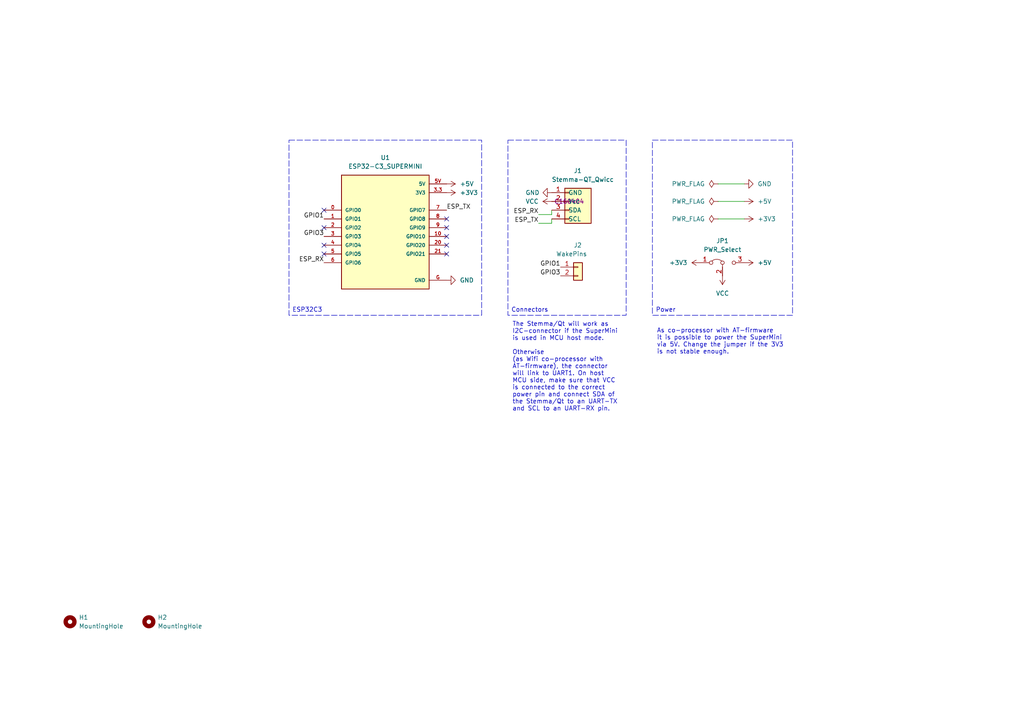
<source format=kicad_sch>
(kicad_sch (version 20230121) (generator eeschema)
  (paper "A4")
  (title_block (title "ESP32C3-AT-Adapter") (date "2024-09-26") (rev "0.90") (company "Bernhard Bablok") (comment 1 "https://github.com/bablokb/pcb-esp32c3-at-adapter"))
  (lib_symbols
    (symbol "Connector_Generic:Conn_01x02" (pin_names (offset 1.016) hide)
      (property "Reference" "J" (at 0 2.54 0))
      (property "Value" "Conn_01x02" (at 0 -5.08 0))
      (symbol "Conn_01x02_1_1"
        (rectangle (start -1.27 -2.413) (end 0 -2.667) (stroke (width 0.1524)))
        (rectangle (start -1.27 0.127) (end 0 -0.127) (stroke (width 0.1524)))
        (rectangle (start -1.27 1.27) (end 1.27 -3.81) (stroke (width 0.254)) (fill (type background)))
        (pin passive line (at -5.08 0 0) (length 3.81) (name "Pin_1") (number "1"))
        (pin passive line (at -5.08 -2.54 0) (length 3.81) (name "Pin_2") (number "2"))
      )
    )
    (symbol "Jumper:Jumper_3_Bridged12" (pin_names (offset 0) hide)
      (property "Reference" "JP" (at -2.54 -2.54 0))
      (property "Value" "Jumper_3_Bridged12" (at 0 2.794 0))
      (symbol "Jumper_3_Bridged12_0_0"
        (circle (center -3.302 0) (radius 0.508))
        (circle (center 0 0) (radius 0.508))
        (circle (center 3.302 0) (radius 0.508))
      )
      (symbol "Jumper_3_Bridged12_0_1"
        (arc (start -0.254 0.508) (mid -1.651 0.9912) (end -3.048 0.508))
        (polyline (pts (xy 0 -1.27) (xy 0 -0.508)))
      )
      (symbol "Jumper_3_Bridged12_1_1"
        (pin passive line (at -6.35 0 0) (length 2.54) (name "A") (number "1"))
        (pin passive line (at 0 -3.81 90) (length 2.54) (name "C") (number "2"))
        (pin passive line (at 6.35 0 180) (length 2.54) (name "B") (number "3"))
      )
    )
    (symbol "Mechanical:MountingHole" (pin_names (offset 1.016))
      (property "Reference" "H" (at 0 5.08 0))
      (property "Value" "MountingHole" (at 0 3.175 0))
      (symbol "MountingHole_0_1"
        (circle (center 0 0) (radius 1.27) (stroke (width 1.27)))
      )
    )
    (symbol "power:+3V3" (power) (pin_names (offset 0))
      (property "Value" "+3V3" (at 0 3.556 0))
      (symbol "+3V3_0_1"
        (polyline (pts (xy -0.762 1.27) (xy 0 2.54)))
        (polyline (pts (xy 0 0) (xy 0 2.54)))
        (polyline (pts (xy 0 2.54) (xy 0.762 1.27)))
      )
      (symbol "+3V3_1_1"
        (pin power_in line (at 0 0 90) (length 0) hide (name "+3V3") (number "1"))
      )
    )
    (symbol "power:+5V" (power) (pin_names (offset 0))
      (property "Value" "+5V" (at 0 3.556 0))
      (symbol "+5V_0_1"
        (polyline (pts (xy -0.762 1.27) (xy 0 2.54)))
        (polyline (pts (xy 0 0) (xy 0 2.54)))
        (polyline (pts (xy 0 2.54) (xy 0.762 1.27)))
      )
      (symbol "+5V_1_1"
        (pin power_in line (at 0 0 90) (length 0) hide (name "+5V") (number "1"))
      )
    )
    (symbol "power:GND" (power) (pin_names (offset 0))
      (property "Value" "GND" (at 0 -3.81 0))
      (symbol "GND_0_1"
        (polyline (pts (xy 0 0) (xy 0 -1.27) (xy 1.27 -1.27) (xy 0 -2.54) (xy -1.27 -1.27) (xy 0 -1.27)))
      )
      (symbol "GND_1_1"
        (pin power_in line (at 0 0 270) (length 0) hide (name "GND") (number "1"))
      )
    )
    (symbol "power:PWR_FLAG" (power) (pin_numbers hide) (pin_names (offset 0) hide)
      (property "Value" "PWR_FLAG" (at 0 3.81 0))
      (symbol "PWR_FLAG_0_0"
        (pin power_out line (at 0 0 90) (length 0) (name "pwr") (number "1"))
      )
      (symbol "PWR_FLAG_0_1"
        (polyline (pts (xy 0 0) (xy 0 1.27) (xy -1.016 1.905) (xy 0 2.54) (xy 1.016 1.905) (xy 0 1.27)))
      )
    )
    (symbol "power:VCC" (power) (pin_names (offset 0))
      (property "Value" "VCC" (at 0 3.81 0))
      (symbol "VCC_0_1"
        (polyline (pts (xy -0.762 1.27) (xy 0 2.54)))
        (polyline (pts (xy 0 0) (xy 0 2.54)))
        (polyline (pts (xy 0 2.54) (xy 0.762 1.27)))
      )
      (symbol "VCC_1_1"
        (pin power_in line (at 0 0 90) (length 0) hide (name "VCC") (number "1"))
      )
    )
    (symbol "user:ESP32-C3_SUPERMINI" (pin_names (offset 1.016))
      (property "Reference" "U" (at -12.7 16.002 0))
      (property "Value" "ESP32-C3_SUPERMINI" (at -12.7 12.7 0))
      (symbol "ESP32-C3_SUPERMINI_0_0"
        (rectangle (start -12.7 -17.78) (end 12.7 15.24) (stroke (width 0.254)) (fill (type background)))
        (pin bidirectional line (at -17.78 5.08 0) (length 5.08) (name "GPIO0") (number "0"))
        (pin bidirectional line (at -17.78 2.54 0) (length 5.08) (name "GPIO1") (number "1"))
        (pin bidirectional line (at 17.78 -2.54 180) (length 5.08) (name "GPIO10") (number "10"))
        (pin bidirectional line (at -17.78 0 0) (length 5.08) (name "GPIO2") (number "2"))
        (pin bidirectional line (at 17.78 -5.08 180) (length 5.08) (name "GPIO20") (number "20"))
        (pin bidirectional line (at 17.78 -7.62 180) (length 5.08) (name "GPIO21") (number "21"))
        (pin bidirectional line (at -17.78 -2.54 0) (length 5.08) (name "GPIO3") (number "3"))
        (pin power_in line (at 17.78 10.16 180) (length 5.08) (name "3V3") (number "3.3"))
        (pin bidirectional line (at -17.78 -5.08 0) (length 5.08) (name "GPIO4") (number "4"))
        (pin bidirectional line (at -17.78 -7.62 0) (length 5.08) (name "GPIO5") (number "5"))
        (pin power_in line (at 17.78 12.7 180) (length 5.08) (name "5V") (number "5V"))
        (pin bidirectional line (at -17.78 -10.16 0) (length 5.08) (name "GPIO6") (number "6"))
        (pin bidirectional line (at 17.78 5.08 180) (length 5.08) (name "GPIO7") (number "7"))
        (pin bidirectional line (at 17.78 2.54 180) (length 5.08) (name "GPIO8") (number "8"))
        (pin bidirectional line (at 17.78 0 180) (length 5.08) (name "GPIO9") (number "9"))
        (pin power_in line (at 17.78 -15.24 180) (length 5.08) (name "GND") (number "G"))
      )
    )
    (symbol "user:Stemma-QT_Qwicc" (pin_names (offset 1.016))
      (property "Reference" "J" (at 2.54 8.89 0))
      (property "Value" "Stemma-QT_Qwicc" (at 2.54 6.35 0))
      (symbol "Stemma-QT_Qwicc_1_1"
        (rectangle (start -1.27 -4.953) (end 0 -5.207) (stroke (width 0.1524)))
        (rectangle (start -1.27 -2.413) (end 0 -2.667) (stroke (width 0.1524)))
        (rectangle (start -1.27 0.127) (end 0 -0.127) (stroke (width 0.1524)))
        (rectangle (start -1.27 2.667) (end 0 2.413) (stroke (width 0.1524)))
        (rectangle (start -1.27 3.81) (end 6.35 -6.35) (stroke (width 0.254)) (fill (type background)))
        (pin power_in line (at -5.08 2.54 0) (length 3.81) (name "GND") (number "1"))
        (pin power_in line (at -5.08 0 0) (length 3.81) (name "Vcc") (number "2"))
        (pin bidirectional line (at -5.08 -2.54 0) (length 3.81) (name "SDA") (number "3"))
        (pin bidirectional line (at -5.08 -5.08 0) (length 3.81) (name "SCL") (number "4"))
      )
    )
  )
  (no_connect (at 129.54 68.58))
  (no_connect (at 93.98 71.12))
  (no_connect (at 93.98 73.66))
  (no_connect (at 129.54 63.5))
  (no_connect (at 129.54 73.66))
  (no_connect (at 129.54 71.12))
  (no_connect (at 129.54 66.04))
  (no_connect (at 93.98 66.04))
  (no_connect (at 93.98 60.96))
  (wire (pts (xy 160.02 64.77) (xy 160.02 63.5)))
  (wire (pts (xy 208.28 53.34) (xy 215.9 53.34)))
  (wire (pts (xy 156.21 64.77) (xy 160.02 64.77)))
  (wire (pts (xy 160.02 62.23) (xy 160.02 60.96)))
  (wire (pts (xy 208.28 58.42) (xy 215.9 58.42)))
  (wire (pts (xy 156.21 62.23) (xy 160.02 62.23)))
  (wire (pts (xy 208.28 63.5) (xy 215.9 63.5)))
  (text_box "Power" (at 189.23 40.64 0) (size 40.64 50.8) (stroke (width 0) (type dash)) (effects (font (size 1.27 1.27)) (justify left bottom)))
  (text_box "ESP32C3" (at 83.82 40.64 0) (size 55.88 50.8) (stroke (width 0) (type dash)) (effects (font (size 1.27 1.27)) (justify left bottom)))
  (text_box "Connectors" (at 147.32 40.64 0) (size 34.29 50.8) (stroke (width 0) (type dash)) (effects (font (size 1.27 1.27)) (justify left bottom)))
  (text "As co-processor with AT-firmware\nit is possible to power the SuperMini\nvia 5V. Change the jumper if the 3V3\nis not stable enough." (at 190.5 102.87 0) (effects (font (size 1.27 1.27)) (justify left bottom)))
  (text "The Stemma/Qt will work as\nI2C-connector if the SuperMini\nis used in MCU host mode.\n\nOtherwise\n(as Wifi co-processor with\nAT-firmware), the connector\nwill link to UART1. On host\nMCU side, make sure that VCC\nis connected to the correct\npower pin and connect SDA of\nthe Stemma/Qt to an UART-TX\nand SCL to an UART-RX pin." (at 148.59 119.38 0) (effects (font (size 1.27 1.27)) (justify left bottom)))
  (label "GPIO3" (at 162.56 80.01 180))
  (label "GPIO1" (at 162.56 77.47 180))
  (label "ESP_TX" (at 156.21 64.77 180))
  (label "ESP_TX" (at 129.54 60.96 0))
  (label "GPIO3" (at 93.98 68.58 180))
  (label "ESP_RX" (at 93.98 76.2 180))
  (label "GPIO1" (at 93.98 63.5 180))
  (label "ESP_RX" (at 156.21 62.23 180))
  (symbol (lib_id "power:+5V") (at 129.54 53.34 270) (unit 1)
    (property "Reference" "#PWR04" (effects hide))
    (property "Value" "+5V" (at 133.35 53.34 90) (effects (justify left)))
  )
  (symbol (lib_id "power:+5V") (at 215.9 76.2 270) (unit 1)
    (property "Reference" "#PWR06" (effects hide))
    (property "Value" "+5V" (at 219.71 76.2 90) (effects (justify left)))
  )
  (symbol (lib_id "power:+3V3") (at 215.9 63.5 270) (unit 1)
    (property "Reference" "#PWR011" (effects hide))
    (property "Value" "+3V3" (at 219.71 63.5 90) (effects (justify left)))
  )
  (symbol (lib_id "Connector_Generic:Conn_01x02") (at 167.64 77.47 0) (unit 1) (in_bom no)
    (property "Reference" "J2" (at 166.37 71.12 0) (effects (justify left)))
    (property "Value" "WakePins" (at 161.29 73.66 0) (effects (justify left)))
    (property "Footprint" "Connector_PinHeader_2.54mm:PinHeader_1x02_P2.54mm_Vertical" (effects hide))
  )
  (symbol (lib_id "power:PWR_FLAG") (at 208.28 58.42 90) (unit 1)
    (property "Reference" "#FLG02" (effects hide))
    (property "Value" "PWR_FLAG" (at 204.47 58.42 90) (effects (justify left)))
  )
  (symbol (lib_id "power:+3V3") (at 129.54 55.88 270) (unit 1)
    (property "Reference" "#PWR05" (effects hide))
    (property "Value" "+3V3" (at 133.35 55.88 90) (effects (justify left)))
  )
  (symbol (lib_id "power:PWR_FLAG") (at 208.28 63.5 90) (unit 1)
    (property "Reference" "#FLG03" (effects hide))
    (property "Value" "PWR_FLAG" (at 204.47 63.5 90) (effects (justify left)))
  )
  (symbol (lib_id "power:PWR_FLAG") (at 208.28 53.34 90) (unit 1)
    (property "Reference" "#FLG01" (effects hide))
    (property "Value" "PWR_FLAG" (at 204.47 53.34 90) (effects (justify left)))
  )
  (symbol (lib_id "power:GND") (at 129.54 81.28 90) (unit 1)
    (property "Reference" "#PWR08" (effects hide))
    (property "Value" "GND" (at 133.35 81.28 90) (effects (justify right)))
  )
  (symbol (lib_id "Mechanical:MountingHole") (at 43.18 180.34 0) (unit 1) (in_bom no)
    (property "Reference" "H2" (at 45.72 179.07 0) (effects (justify left)))
    (property "Value" "MountingHole" (at 45.72 181.61 0) (effects (justify left)))
    (property "Footprint" "MountingHole:MountingHole_2.5mm" (effects hide))
  )
  (symbol (lib_id "Mechanical:MountingHole") (at 20.32 180.34 0) (unit 1) (in_bom no)
    (property "Reference" "H1" (at 22.86 179.07 0) (effects (justify left)))
    (property "Value" "MountingHole" (at 22.86 181.61 0) (effects (justify left)))
    (property "Footprint" "MountingHole:MountingHole_2.5mm" (effects hide))
  )
  (symbol (lib_id "user:ESP32-C3_SUPERMINI") (at 111.76 66.04 0) (unit 1) (in_bom no)
    (property "Reference" "U1" (at 111.76 45.72 0))
    (property "Value" "ESP32-C3_SUPERMINI" (at 111.76 48.26 0))
    (property "Footprint" "user:ESP32-C3_SUPERMINI" (effects hide))
  )
  (symbol (lib_id "user:Stemma-QT_Qwicc") (at 165.1 58.42 0) (unit 1)
    (property "Reference" "J1" (at 166.37 49.53 0) (effects (justify left)))
    (property "Value" "Stemma-QT_Qwicc" (at 160.02 52.07 0) (effects (justify left)))
    (property "Footprint" "user:JST_SH_SM04B-SRSS-TB_1x04-1MP_P1.00mm_Horizontal" (effects hide))
    (property "LCSC" "C160404" (at 165.1 58.42 0))
  )
  (symbol (lib_id "power:GND") (at 160.02 55.88 270) (unit 1)
    (property "Reference" "#PWR01" (effects hide))
    (property "Value" "GND" (at 152.4 55.88 90) (effects (justify left)))
  )
  (symbol (lib_id "Jumper:Jumper_3_Bridged12") (at 209.55 76.2 0) (unit 1) (in_bom no)
    (property "Reference" "JP1" (at 209.55 69.85 0))
    (property "Value" "PWR_Select" (at 209.55 72.39 0))
    (property "Footprint" "Jumper:SolderJumper-3_P1.3mm_Bridged12_Pad1.0x1.5mm" (effects hide))
  )
  (symbol (lib_id "power:VCC") (at 160.02 58.42 90) (unit 1)
    (property "Reference" "#PWR02" (effects hide))
    (property "Value" "VCC" (at 152.4 58.42 90) (effects (justify right)))
  )
  (symbol (lib_id "power:VCC") (at 209.55 80.01 180) (unit 1)
    (property "Reference" "#PWR03" (effects hide))
    (property "Value" "VCC" (at 209.55 85.09 0))
  )
  (symbol (lib_id "power:+3V3") (at 203.2 76.2 90) (unit 1)
    (property "Reference" "#PWR07" (effects hide))
    (property "Value" "+3V3" (at 199.39 76.2 90) (effects (justify left)))
  )
  (symbol (lib_id "power:GND") (at 215.9 53.34 90) (unit 1)
    (property "Reference" "#PWR09" (effects hide))
    (property "Value" "GND" (at 219.71 53.34 90) (effects (justify right)))
  )
  (symbol (lib_id "power:+5V") (at 215.9 58.42 270) (unit 1)
    (property "Reference" "#PWR010" (effects hide))
    (property "Value" "+5V" (at 219.71 58.42 90) (effects (justify left)))
  )
)
</source>
